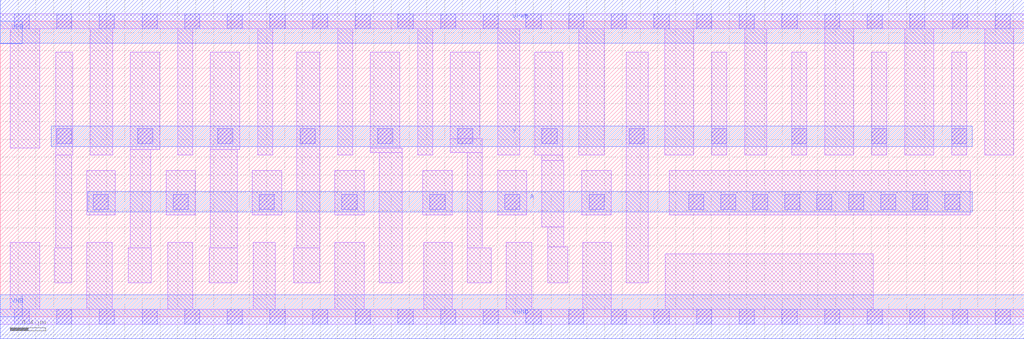
<source format=lef>
# Copyright 2020 The SkyWater PDK Authors
#
# Licensed under the Apache License, Version 2.0 (the "License");
# you may not use this file except in compliance with the License.
# You may obtain a copy of the License at
#
#     https://www.apache.org/licenses/LICENSE-2.0
#
# Unless required by applicable law or agreed to in writing, software
# distributed under the License is distributed on an "AS IS" BASIS,
# WITHOUT WARRANTIES OR CONDITIONS OF ANY KIND, either express or implied.
# See the License for the specific language governing permissions and
# limitations under the License.
#
# SPDX-License-Identifier: Apache-2.0

VERSION 5.5 ;
NAMESCASESENSITIVE ON ;
BUSBITCHARS "[]" ;
DIVIDERCHAR "/" ;
MACRO sky130_fd_sc_hs__clkinv_16
  CLASS CORE ;
  SOURCE USER ;
  ORIGIN  0.000000  0.000000 ;
  SIZE  11.52000 BY  3.330000 ;
  SYMMETRY X Y ;
  SITE unit ;
  PIN A
    ANTENNAGATEAREA  5.040000 ;
    DIRECTION INPUT ;
    USE SIGNAL ;
    PORT
      LAYER met1 ;
        RECT 0.985000 1.180000 10.935000 1.410000 ;
    END
  END A
  PIN Y
    ANTENNADIFFAREA  5.040000 ;
    DIRECTION OUTPUT ;
    USE SIGNAL ;
    PORT
      LAYER met1 ;
        RECT 0.575000 1.920000 10.935000 2.150000 ;
    END
  END Y
  PIN VGND
    DIRECTION INOUT ;
    USE GROUND ;
    PORT
      LAYER met1 ;
        RECT 0.000000 -0.245000 11.520000 0.245000 ;
    END
  END VGND
  PIN VNB
    DIRECTION INOUT ;
    USE GROUND ;
    PORT
      LAYER met1 ;
        RECT 0.000000 0.000000 0.250000 0.250000 ;
    END
  END VNB
  PIN VPB
    DIRECTION INOUT ;
    USE POWER ;
    PORT
      LAYER met1 ;
        RECT 0.000000 3.080000 0.250000 3.330000 ;
    END
  END VPB
  PIN VPWR
    DIRECTION INOUT ;
    USE POWER ;
    PORT
      LAYER met1 ;
        RECT 0.000000 3.085000 11.520000 3.575000 ;
    END
  END VPWR
  OBS
    LAYER li1 ;
      RECT  0.000000 -0.085000 11.520000 0.085000 ;
      RECT  0.000000  3.245000 11.520000 3.415000 ;
      RECT  0.115000  0.085000  0.445000 0.840000 ;
      RECT  0.115000  1.900000  0.445000 3.245000 ;
      RECT  0.615000  0.380000  0.805000 0.775000 ;
      RECT  0.625000  0.775000  0.805000 1.820000 ;
      RECT  0.625000  1.820000  0.815000 2.980000 ;
      RECT  0.975000  0.085000  1.260000 0.840000 ;
      RECT  0.975000  1.150000  1.295000 1.650000 ;
      RECT  1.015000  1.820000  1.265000 3.245000 ;
      RECT  1.440000  0.380000  1.700000 0.775000 ;
      RECT  1.465000  0.775000  1.695000 1.885000 ;
      RECT  1.465000  1.885000  1.795000 2.980000 ;
      RECT  1.865000  1.150000  2.195000 1.650000 ;
      RECT  1.885000  0.085000  2.165000 0.840000 ;
      RECT  1.995000  1.820000  2.165000 3.245000 ;
      RECT  2.350000  0.380000  2.665000 0.775000 ;
      RECT  2.365000  0.775000  2.665000 1.885000 ;
      RECT  2.365000  1.885000  2.695000 2.980000 ;
      RECT  2.835000  1.150000  3.165000 1.650000 ;
      RECT  2.845000  0.085000  3.095000 0.840000 ;
      RECT  2.895000  1.820000  3.065000 3.245000 ;
      RECT  3.300000  0.380000  3.595000 0.775000 ;
      RECT  3.335000  0.775000  3.595000 2.980000 ;
      RECT  3.765000  0.085000  4.095000 0.840000 ;
      RECT  3.765000  1.150000  4.095000 1.650000 ;
      RECT  3.795000  1.820000  3.965000 3.245000 ;
      RECT  4.165000  1.850000  4.525000 1.900000 ;
      RECT  4.165000  1.900000  4.495000 2.980000 ;
      RECT  4.265000  0.380000  4.525000 1.850000 ;
      RECT  4.695000  1.820000  4.865000 3.245000 ;
      RECT  4.755000  1.150000  5.085000 1.650000 ;
      RECT  4.765000  0.085000  5.085000 0.840000 ;
      RECT  5.065000  1.850000  5.425000 2.010000 ;
      RECT  5.065000  2.010000  5.395000 2.980000 ;
      RECT  5.255000  0.380000  5.525000 0.775000 ;
      RECT  5.255000  0.775000  5.425000 1.850000 ;
      RECT  5.595000  1.150000  5.925000 1.650000 ;
      RECT  5.595000  1.820000  5.845000 3.245000 ;
      RECT  5.695000  0.085000  5.980000 0.840000 ;
      RECT  6.015000  1.820000  6.330000 2.980000 ;
      RECT  6.095000  1.010000  6.340000 1.760000 ;
      RECT  6.095000  1.760000  6.330000 1.820000 ;
      RECT  6.160000  0.380000  6.385000 0.785000 ;
      RECT  6.160000  0.785000  6.340000 1.010000 ;
      RECT  6.510000  1.820000  6.795000 3.245000 ;
      RECT  6.545000  1.150000  6.875000 1.650000 ;
      RECT  6.555000  0.085000  6.875000 0.840000 ;
      RECT  7.045000  0.380000  7.290000 2.980000 ;
      RECT  7.475000  1.820000  7.805000 3.245000 ;
      RECT  7.485000  0.085000  9.825000 0.710000 ;
      RECT  7.525000  1.150000 10.915000 1.650000 ;
      RECT  8.005000  1.820000  8.175000 2.980000 ;
      RECT  8.375000  1.820000  8.625000 3.245000 ;
      RECT  8.905000  1.820000  9.075000 2.980000 ;
      RECT  9.275000  1.820000  9.605000 3.245000 ;
      RECT  9.805000  1.820000  9.975000 2.980000 ;
      RECT 10.175000  1.820000 10.505000 3.245000 ;
      RECT 10.705000  1.820000 10.875000 2.980000 ;
      RECT 11.075000  1.820000 11.405000 3.245000 ;
    LAYER mcon ;
      RECT  0.155000 -0.085000  0.325000 0.085000 ;
      RECT  0.155000  3.245000  0.325000 3.415000 ;
      RECT  0.635000 -0.085000  0.805000 0.085000 ;
      RECT  0.635000  1.950000  0.805000 2.120000 ;
      RECT  0.635000  3.245000  0.805000 3.415000 ;
      RECT  1.045000  1.210000  1.215000 1.380000 ;
      RECT  1.115000 -0.085000  1.285000 0.085000 ;
      RECT  1.115000  3.245000  1.285000 3.415000 ;
      RECT  1.545000  1.950000  1.715000 2.120000 ;
      RECT  1.595000 -0.085000  1.765000 0.085000 ;
      RECT  1.595000  3.245000  1.765000 3.415000 ;
      RECT  1.945000  1.210000  2.115000 1.380000 ;
      RECT  2.075000 -0.085000  2.245000 0.085000 ;
      RECT  2.075000  3.245000  2.245000 3.415000 ;
      RECT  2.445000  1.950000  2.615000 2.120000 ;
      RECT  2.555000 -0.085000  2.725000 0.085000 ;
      RECT  2.555000  3.245000  2.725000 3.415000 ;
      RECT  2.915000  1.210000  3.085000 1.380000 ;
      RECT  3.035000 -0.085000  3.205000 0.085000 ;
      RECT  3.035000  3.245000  3.205000 3.415000 ;
      RECT  3.375000  1.950000  3.545000 2.120000 ;
      RECT  3.515000 -0.085000  3.685000 0.085000 ;
      RECT  3.515000  3.245000  3.685000 3.415000 ;
      RECT  3.845000  1.210000  4.015000 1.380000 ;
      RECT  3.995000 -0.085000  4.165000 0.085000 ;
      RECT  3.995000  3.245000  4.165000 3.415000 ;
      RECT  4.245000  1.950000  4.415000 2.120000 ;
      RECT  4.475000 -0.085000  4.645000 0.085000 ;
      RECT  4.475000  3.245000  4.645000 3.415000 ;
      RECT  4.835000  1.210000  5.005000 1.380000 ;
      RECT  4.955000 -0.085000  5.125000 0.085000 ;
      RECT  4.955000  3.245000  5.125000 3.415000 ;
      RECT  5.145000  1.950000  5.315000 2.120000 ;
      RECT  5.435000 -0.085000  5.605000 0.085000 ;
      RECT  5.435000  3.245000  5.605000 3.415000 ;
      RECT  5.675000  1.210000  5.845000 1.380000 ;
      RECT  5.915000 -0.085000  6.085000 0.085000 ;
      RECT  5.915000  3.245000  6.085000 3.415000 ;
      RECT  6.095000  1.950000  6.265000 2.120000 ;
      RECT  6.395000 -0.085000  6.565000 0.085000 ;
      RECT  6.395000  3.245000  6.565000 3.415000 ;
      RECT  6.625000  1.210000  6.795000 1.380000 ;
      RECT  6.875000 -0.085000  7.045000 0.085000 ;
      RECT  6.875000  3.245000  7.045000 3.415000 ;
      RECT  7.075000  1.950000  7.245000 2.120000 ;
      RECT  7.355000 -0.085000  7.525000 0.085000 ;
      RECT  7.355000  3.245000  7.525000 3.415000 ;
      RECT  7.745000  1.210000  7.915000 1.380000 ;
      RECT  7.835000 -0.085000  8.005000 0.085000 ;
      RECT  7.835000  3.245000  8.005000 3.415000 ;
      RECT  8.005000  1.950000  8.175000 2.120000 ;
      RECT  8.105000  1.210000  8.275000 1.380000 ;
      RECT  8.315000 -0.085000  8.485000 0.085000 ;
      RECT  8.315000  3.245000  8.485000 3.415000 ;
      RECT  8.465000  1.210000  8.635000 1.380000 ;
      RECT  8.795000 -0.085000  8.965000 0.085000 ;
      RECT  8.795000  3.245000  8.965000 3.415000 ;
      RECT  8.825000  1.210000  8.995000 1.380000 ;
      RECT  8.905000  1.950000  9.075000 2.120000 ;
      RECT  9.185000  1.210000  9.355000 1.380000 ;
      RECT  9.275000 -0.085000  9.445000 0.085000 ;
      RECT  9.275000  3.245000  9.445000 3.415000 ;
      RECT  9.545000  1.210000  9.715000 1.380000 ;
      RECT  9.755000 -0.085000  9.925000 0.085000 ;
      RECT  9.755000  3.245000  9.925000 3.415000 ;
      RECT  9.805000  1.950000  9.975000 2.120000 ;
      RECT  9.905000  1.210000 10.075000 1.380000 ;
      RECT 10.235000 -0.085000 10.405000 0.085000 ;
      RECT 10.235000  3.245000 10.405000 3.415000 ;
      RECT 10.265000  1.210000 10.435000 1.380000 ;
      RECT 10.625000  1.210000 10.795000 1.380000 ;
      RECT 10.705000  1.950000 10.875000 2.120000 ;
      RECT 10.715000 -0.085000 10.885000 0.085000 ;
      RECT 10.715000  3.245000 10.885000 3.415000 ;
      RECT 11.195000 -0.085000 11.365000 0.085000 ;
      RECT 11.195000  3.245000 11.365000 3.415000 ;
  END
END sky130_fd_sc_hs__clkinv_16

</source>
